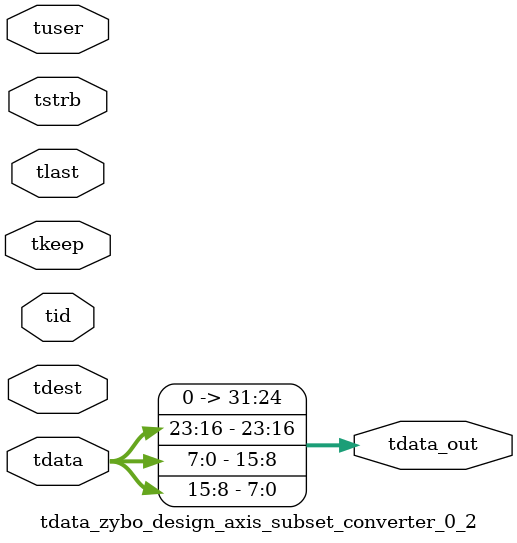
<source format=v>


`timescale 1ps/1ps

module tdata_zybo_design_axis_subset_converter_0_2 #
(
parameter C_S_AXIS_TDATA_WIDTH = 32,
parameter C_S_AXIS_TUSER_WIDTH = 0,
parameter C_S_AXIS_TID_WIDTH   = 0,
parameter C_S_AXIS_TDEST_WIDTH = 0,
parameter C_M_AXIS_TDATA_WIDTH = 32
)
(
input  [(C_S_AXIS_TDATA_WIDTH == 0 ? 1 : C_S_AXIS_TDATA_WIDTH)-1:0     ] tdata,
input  [(C_S_AXIS_TUSER_WIDTH == 0 ? 1 : C_S_AXIS_TUSER_WIDTH)-1:0     ] tuser,
input  [(C_S_AXIS_TID_WIDTH   == 0 ? 1 : C_S_AXIS_TID_WIDTH)-1:0       ] tid,
input  [(C_S_AXIS_TDEST_WIDTH == 0 ? 1 : C_S_AXIS_TDEST_WIDTH)-1:0     ] tdest,
input  [(C_S_AXIS_TDATA_WIDTH/8)-1:0 ] tkeep,
input  [(C_S_AXIS_TDATA_WIDTH/8)-1:0 ] tstrb,
input                                                                    tlast,
output [C_M_AXIS_TDATA_WIDTH-1:0] tdata_out
);

assign tdata_out = {tdata[23:16],tdata[7:0],tdata[15:8]};

endmodule


</source>
